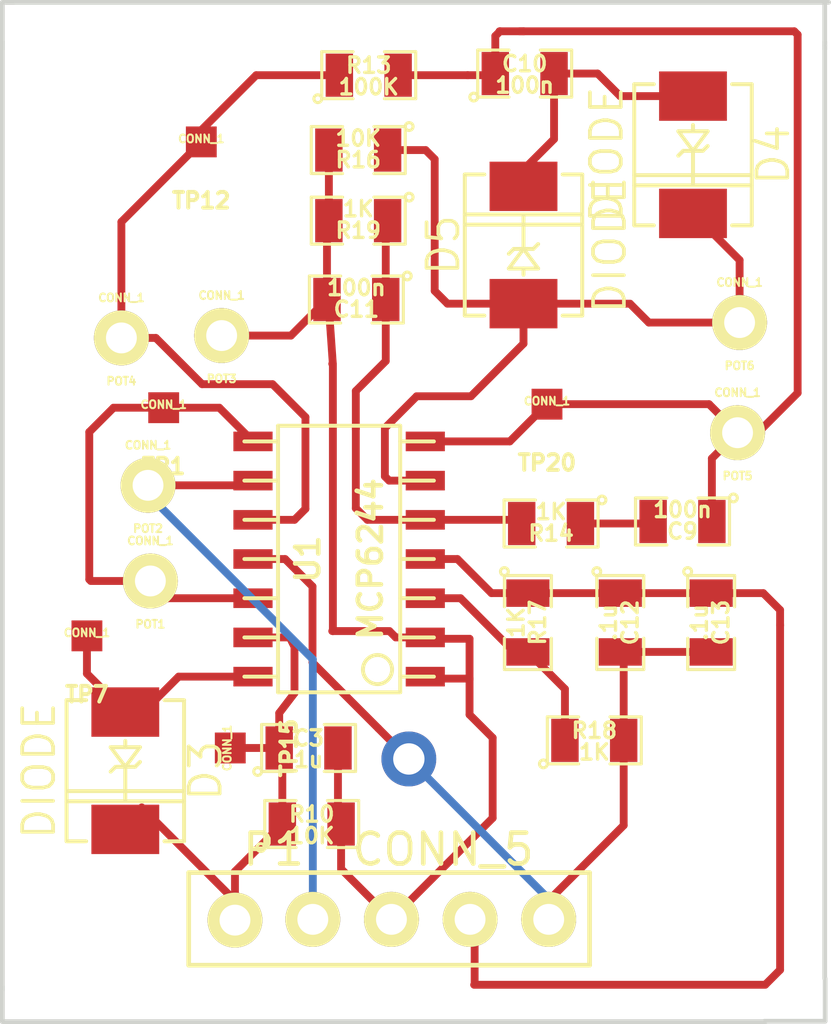
<source format=kicad_pcb>
(kicad_pcb (version 3) (host pcbnew "(2013-07-07 BZR 4022)-stable")

  (general
    (links 48)
    (no_connects 0)
    (area 28.625799 14.401799 55.575201 47.574201)
    (thickness 1.6)
    (drawings 11)
    (tracks 167)
    (zones 0)
    (modules 29)
    (nets 15)
  )

  (page A3)
  (layers
    (15 F.Cu signal)
    (0 B.Cu signal)
    (16 B.Adhes user)
    (17 F.Adhes user)
    (18 B.Paste user)
    (19 F.Paste user)
    (20 B.SilkS user)
    (21 F.SilkS user)
    (22 B.Mask user)
    (23 F.Mask user)
    (24 Dwgs.User user)
    (25 Cmts.User user)
    (26 Eco1.User user)
    (27 Eco2.User user)
    (28 Edge.Cuts user)
  )

  (setup
    (last_trace_width 0.254)
    (user_trace_width 0.6096)
    (trace_clearance 0.254)
    (zone_clearance 0.508)
    (zone_45_only no)
    (trace_min 0.254)
    (segment_width 0.2)
    (edge_width 0.1524)
    (via_size 2.032)
    (via_drill 1.524)
    (via_min_size 0.889)
    (via_min_drill 0.3302)
    (user_via 0.889 0.3302)
    (user_via 1.778 1.016)
    (uvia_size 0.508)
    (uvia_drill 0.127)
    (uvias_allowed no)
    (uvia_min_size 0.508)
    (uvia_min_drill 0.127)
    (pcb_text_width 0.3)
    (pcb_text_size 1.5 1.5)
    (mod_edge_width 0.15)
    (mod_text_size 1 1)
    (mod_text_width 0.15)
    (pad_size 1 1)
    (pad_drill 0)
    (pad_to_mask_clearance 0)
    (aux_axis_origin 0 0)
    (visible_elements 7FFFFFFF)
    (pcbplotparams
      (layerselection 3178497)
      (usegerberextensions true)
      (excludeedgelayer true)
      (linewidth 0.150000)
      (plotframeref false)
      (viasonmask false)
      (mode 1)
      (useauxorigin false)
      (hpglpennumber 1)
      (hpglpenspeed 20)
      (hpglpendiameter 15)
      (hpglpenoverlay 2)
      (psnegative false)
      (psa4output false)
      (plotreference true)
      (plotvalue true)
      (plotothertext true)
      (plotinvisibletext false)
      (padsonsilk false)
      (subtractmaskfromsilk true)
      (outputformat 1)
      (mirror false)
      (drillshape 0)
      (scaleselection 1)
      (outputdirectory "//psf/Home/Documents/Lettuce Buddy HW/Healthy EC Test PCB/Test3/Kicad/Gerbers/"))
  )

  (net 0 "")
  (net 1 /EC/EC_Meas)
  (net 2 /EC/EC_Probe+)
  (net 3 /EC/G1)
  (net 4 /EC/V+_WallWart)
  (net 5 /EC/VGND)
  (net 6 /EC/f1)
  (net 7 "/EC/pin 14")
  (net 8 "/EC/pin 3")
  (net 9 "/EC/pin 5")
  (net 10 "/EC/pin 6")
  (net 11 "/EC/pin 7")
  (net 12 AC_Shrunk)
  (net 13 AGND)
  (net 14 EC_Signal)

  (net_class Default "This is the default net class."
    (clearance 0.254)
    (trace_width 0.254)
    (via_dia 2.032)
    (via_drill 1.524)
    (uvia_dia 0.508)
    (uvia_drill 0.127)
    (add_net "")
    (add_net /EC/EC_Meas)
    (add_net /EC/EC_Probe+)
    (add_net /EC/G1)
    (add_net /EC/V+_WallWart)
    (add_net /EC/VGND)
    (add_net /EC/f1)
    (add_net "/EC/pin 14")
    (add_net "/EC/pin 3")
    (add_net "/EC/pin 5")
    (add_net "/EC/pin 6")
    (add_net "/EC/pin 7")
    (add_net AC_Shrunk)
    (add_net AGND)
    (add_net EC_Signal)
  )

  (module so-14 (layer F.Cu) (tedit 48A6BF8F) (tstamp 5468EC0A)
    (at 39.624 32.512 90)
    (descr SO-14)
    (path /53EF382C/5419C202)
    (attr smd)
    (fp_text reference U1 (at 0 -1.016 90) (layer F.SilkS)
      (effects (font (size 0.7493 0.7493) (thickness 0.14986)))
    )
    (fp_text value MCP6244 (at 0 1.016 90) (layer F.SilkS)
      (effects (font (size 0.7493 0.7493) (thickness 0.14986)))
    )
    (fp_line (start -4.318 -1.9812) (end -4.318 1.9812) (layer F.SilkS) (width 0.127))
    (fp_line (start -4.318 1.9812) (end 4.318 1.9812) (layer F.SilkS) (width 0.127))
    (fp_line (start 4.318 1.9812) (end 4.318 -1.9812) (layer F.SilkS) (width 0.127))
    (fp_line (start 4.318 -1.9812) (end -4.318 -1.9812) (layer F.SilkS) (width 0.127))
    (fp_line (start -2.54 -1.9812) (end -2.54 -3.0734) (layer F.SilkS) (width 0.127))
    (fp_line (start -1.27 -1.9812) (end -1.27 -3.0734) (layer F.SilkS) (width 0.127))
    (fp_line (start 0 -1.9812) (end 0 -3.0734) (layer F.SilkS) (width 0.127))
    (fp_line (start -3.81 -1.9812) (end -3.81 -3.0734) (layer F.SilkS) (width 0.127))
    (fp_line (start 1.27 -3.0734) (end 1.27 -1.9812) (layer F.SilkS) (width 0.127))
    (fp_line (start 2.54 -3.0734) (end 2.54 -1.9812) (layer F.SilkS) (width 0.127))
    (fp_line (start 3.81 -3.0734) (end 3.81 -1.9812) (layer F.SilkS) (width 0.127))
    (fp_line (start 3.81 1.9812) (end 3.81 3.0734) (layer F.SilkS) (width 0.127))
    (fp_line (start 2.54 1.9812) (end 2.54 3.0734) (layer F.SilkS) (width 0.127))
    (fp_line (start -3.81 1.9812) (end -3.81 3.0734) (layer F.SilkS) (width 0.127))
    (fp_line (start -2.54 3.0734) (end -2.54 1.9812) (layer F.SilkS) (width 0.127))
    (fp_line (start 1.27 3.0734) (end 1.27 1.9812) (layer F.SilkS) (width 0.127))
    (fp_line (start 0 3.0734) (end 0 1.9812) (layer F.SilkS) (width 0.127))
    (fp_line (start -1.27 3.0734) (end -1.27 1.9812) (layer F.SilkS) (width 0.127))
    (fp_circle (center -3.5814 1.2446) (end -3.8608 1.6256) (layer F.SilkS) (width 0.127))
    (pad 1 smd rect (at -3.81 2.794 90) (size 0.635 1.27)
      (layers F.Cu F.Paste F.Mask)
      (net 5 /EC/VGND)
    )
    (pad 2 smd rect (at -2.54 2.794 90) (size 0.635 1.27)
      (layers F.Cu F.Paste F.Mask)
      (net 5 /EC/VGND)
    )
    (pad 3 smd rect (at -1.27 2.794 90) (size 0.635 1.27)
      (layers F.Cu F.Paste F.Mask)
      (net 8 "/EC/pin 3")
    )
    (pad 4 smd rect (at 0 2.794 90) (size 0.635 1.27)
      (layers F.Cu F.Paste F.Mask)
      (net 4 /EC/V+_WallWart)
    )
    (pad 5 smd rect (at 1.27 2.794 90) (size 0.635 1.27)
      (layers F.Cu F.Paste F.Mask)
      (net 9 "/EC/pin 5")
    )
    (pad 6 smd rect (at 2.54 2.794 90) (size 0.635 1.27)
      (layers F.Cu F.Paste F.Mask)
      (net 10 "/EC/pin 6")
    )
    (pad 7 smd rect (at 3.81 2.794 90) (size 0.635 1.27)
      (layers F.Cu F.Paste F.Mask)
      (net 11 "/EC/pin 7")
    )
    (pad 8 smd rect (at 3.81 -2.794 90) (size 0.635 1.27)
      (layers F.Cu F.Paste F.Mask)
      (net 14 EC_Signal)
    )
    (pad 9 smd rect (at 2.54 -2.794 90) (size 0.635 1.27)
      (layers F.Cu F.Paste F.Mask)
      (net 2 /EC/EC_Probe+)
    )
    (pad 10 smd rect (at 1.27 -2.794 90) (size 0.635 1.27)
      (layers F.Cu F.Paste F.Mask)
      (net 12 AC_Shrunk)
    )
    (pad 11 smd rect (at 0 -2.794 90) (size 0.635 1.27)
      (layers F.Cu F.Paste F.Mask)
      (net 13 AGND)
    )
    (pad 12 smd rect (at -1.27 -2.794 90) (size 0.635 1.27)
      (layers F.Cu F.Paste F.Mask)
      (net 14 EC_Signal)
    )
    (pad 13 smd rect (at -2.54 -2.794 90) (size 0.635 1.27)
      (layers F.Cu F.Paste F.Mask)
      (net 1 /EC/EC_Meas)
    )
    (pad 14 smd rect (at -3.81 -2.794 90) (size 0.635 1.27)
      (layers F.Cu F.Paste F.Mask)
      (net 7 "/EC/pin 14")
    )
    (model smd/smd_dil/so-14.wrl
      (at (xyz 0 0 0))
      (scale (xyz 1 1 1))
      (rotate (xyz 0 0 0))
    )
  )

  (module SM0805 (layer F.Cu) (tedit 5091495C) (tstamp 5468EC17)
    (at 40.58412 16.83766)
    (path /53EF382C/5416DCB7)
    (attr smd)
    (fp_text reference R13 (at 0 -0.3175) (layer F.SilkS)
      (effects (font (size 0.50038 0.50038) (thickness 0.10922)))
    )
    (fp_text value 100K (at 0 0.381) (layer F.SilkS)
      (effects (font (size 0.50038 0.50038) (thickness 0.10922)))
    )
    (fp_circle (center -1.651 0.762) (end -1.651 0.635) (layer F.SilkS) (width 0.09906))
    (fp_line (start -0.508 0.762) (end -1.524 0.762) (layer F.SilkS) (width 0.09906))
    (fp_line (start -1.524 0.762) (end -1.524 -0.762) (layer F.SilkS) (width 0.09906))
    (fp_line (start -1.524 -0.762) (end -0.508 -0.762) (layer F.SilkS) (width 0.09906))
    (fp_line (start 0.508 -0.762) (end 1.524 -0.762) (layer F.SilkS) (width 0.09906))
    (fp_line (start 1.524 -0.762) (end 1.524 0.762) (layer F.SilkS) (width 0.09906))
    (fp_line (start 1.524 0.762) (end 0.508 0.762) (layer F.SilkS) (width 0.09906))
    (pad 1 smd rect (at -0.9525 0) (size 0.889 1.397)
      (layers F.Cu F.Paste F.Mask)
      (net 12 AC_Shrunk)
    )
    (pad 2 smd rect (at 0.9525 0) (size 0.889 1.397)
      (layers F.Cu F.Paste F.Mask)
      (net 11 "/EC/pin 7")
    )
    (model smd/chip_cms.wrl
      (at (xyz 0 0 0))
      (scale (xyz 0.1 0.1 0.1))
      (rotate (xyz 0 0 0))
    )
  )

  (module SM0805 (layer F.Cu) (tedit 5091495C) (tstamp 5468EC31)
    (at 51.689 34.5694 270)
    (path /53EF382C/544B8F3A)
    (attr smd)
    (fp_text reference C13 (at 0 -0.3175 270) (layer F.SilkS)
      (effects (font (size 0.50038 0.50038) (thickness 0.10922)))
    )
    (fp_text value .1u (at 0 0.381 270) (layer F.SilkS)
      (effects (font (size 0.50038 0.50038) (thickness 0.10922)))
    )
    (fp_circle (center -1.651 0.762) (end -1.651 0.635) (layer F.SilkS) (width 0.09906))
    (fp_line (start -0.508 0.762) (end -1.524 0.762) (layer F.SilkS) (width 0.09906))
    (fp_line (start -1.524 0.762) (end -1.524 -0.762) (layer F.SilkS) (width 0.09906))
    (fp_line (start -1.524 -0.762) (end -0.508 -0.762) (layer F.SilkS) (width 0.09906))
    (fp_line (start 0.508 -0.762) (end 1.524 -0.762) (layer F.SilkS) (width 0.09906))
    (fp_line (start 1.524 -0.762) (end 1.524 0.762) (layer F.SilkS) (width 0.09906))
    (fp_line (start 1.524 0.762) (end 0.508 0.762) (layer F.SilkS) (width 0.09906))
    (pad 1 smd rect (at -0.9525 0 270) (size 0.889 1.397)
      (layers F.Cu F.Paste F.Mask)
      (net 4 /EC/V+_WallWart)
    )
    (pad 2 smd rect (at 0.9525 0 270) (size 0.889 1.397)
      (layers F.Cu F.Paste F.Mask)
      (net 13 AGND)
    )
    (model smd/chip_cms.wrl
      (at (xyz 0 0 0))
      (scale (xyz 0.1 0.1 0.1))
      (rotate (xyz 0 0 0))
    )
  )

  (module SM0805 (layer F.Cu) (tedit 5091495C) (tstamp 5468EC3E)
    (at 48.7426 34.5694 270)
    (path /53EF382C/544B8DF0)
    (attr smd)
    (fp_text reference C12 (at 0 -0.3175 270) (layer F.SilkS)
      (effects (font (size 0.50038 0.50038) (thickness 0.10922)))
    )
    (fp_text value .1u (at 0 0.381 270) (layer F.SilkS)
      (effects (font (size 0.50038 0.50038) (thickness 0.10922)))
    )
    (fp_circle (center -1.651 0.762) (end -1.651 0.635) (layer F.SilkS) (width 0.09906))
    (fp_line (start -0.508 0.762) (end -1.524 0.762) (layer F.SilkS) (width 0.09906))
    (fp_line (start -1.524 0.762) (end -1.524 -0.762) (layer F.SilkS) (width 0.09906))
    (fp_line (start -1.524 -0.762) (end -0.508 -0.762) (layer F.SilkS) (width 0.09906))
    (fp_line (start 0.508 -0.762) (end 1.524 -0.762) (layer F.SilkS) (width 0.09906))
    (fp_line (start 1.524 -0.762) (end 1.524 0.762) (layer F.SilkS) (width 0.09906))
    (fp_line (start 1.524 0.762) (end 0.508 0.762) (layer F.SilkS) (width 0.09906))
    (pad 1 smd rect (at -0.9525 0 270) (size 0.889 1.397)
      (layers F.Cu F.Paste F.Mask)
      (net 4 /EC/V+_WallWart)
    )
    (pad 2 smd rect (at 0.9525 0 270) (size 0.889 1.397)
      (layers F.Cu F.Paste F.Mask)
      (net 13 AGND)
    )
    (model smd/chip_cms.wrl
      (at (xyz 0 0 0))
      (scale (xyz 0.1 0.1 0.1))
      (rotate (xyz 0 0 0))
    )
  )

  (module SM0805 (layer F.Cu) (tedit 5091495C) (tstamp 5468EC4B)
    (at 38.6334 38.6334)
    (path /53EF382C/5416E04B)
    (attr smd)
    (fp_text reference C3 (at 0 -0.3175) (layer F.SilkS)
      (effects (font (size 0.50038 0.50038) (thickness 0.10922)))
    )
    (fp_text value 1u (at 0 0.381) (layer F.SilkS)
      (effects (font (size 0.50038 0.50038) (thickness 0.10922)))
    )
    (fp_circle (center -1.651 0.762) (end -1.651 0.635) (layer F.SilkS) (width 0.09906))
    (fp_line (start -0.508 0.762) (end -1.524 0.762) (layer F.SilkS) (width 0.09906))
    (fp_line (start -1.524 0.762) (end -1.524 -0.762) (layer F.SilkS) (width 0.09906))
    (fp_line (start -1.524 -0.762) (end -0.508 -0.762) (layer F.SilkS) (width 0.09906))
    (fp_line (start 0.508 -0.762) (end 1.524 -0.762) (layer F.SilkS) (width 0.09906))
    (fp_line (start 1.524 -0.762) (end 1.524 0.762) (layer F.SilkS) (width 0.09906))
    (fp_line (start 1.524 0.762) (end 0.508 0.762) (layer F.SilkS) (width 0.09906))
    (pad 1 smd rect (at -0.9525 0) (size 0.889 1.397)
      (layers F.Cu F.Paste F.Mask)
      (net 1 /EC/EC_Meas)
    )
    (pad 2 smd rect (at 0.9525 0) (size 0.889 1.397)
      (layers F.Cu F.Paste F.Mask)
      (net 5 /EC/VGND)
    )
    (model smd/chip_cms.wrl
      (at (xyz 0 0 0))
      (scale (xyz 0.1 0.1 0.1))
      (rotate (xyz 0 0 0))
    )
  )

  (module SM0805 (layer F.Cu) (tedit 5091495C) (tstamp 5468EC58)
    (at 38.735 41.0972)
    (path /53EF382C/5416E045)
    (attr smd)
    (fp_text reference R10 (at 0 -0.3175) (layer F.SilkS)
      (effects (font (size 0.50038 0.50038) (thickness 0.10922)))
    )
    (fp_text value 10K (at 0 0.381) (layer F.SilkS)
      (effects (font (size 0.50038 0.50038) (thickness 0.10922)))
    )
    (fp_circle (center -1.651 0.762) (end -1.651 0.635) (layer F.SilkS) (width 0.09906))
    (fp_line (start -0.508 0.762) (end -1.524 0.762) (layer F.SilkS) (width 0.09906))
    (fp_line (start -1.524 0.762) (end -1.524 -0.762) (layer F.SilkS) (width 0.09906))
    (fp_line (start -1.524 -0.762) (end -0.508 -0.762) (layer F.SilkS) (width 0.09906))
    (fp_line (start 0.508 -0.762) (end 1.524 -0.762) (layer F.SilkS) (width 0.09906))
    (fp_line (start 1.524 -0.762) (end 1.524 0.762) (layer F.SilkS) (width 0.09906))
    (fp_line (start 1.524 0.762) (end 0.508 0.762) (layer F.SilkS) (width 0.09906))
    (pad 1 smd rect (at -0.9525 0) (size 0.889 1.397)
      (layers F.Cu F.Paste F.Mask)
      (net 1 /EC/EC_Meas)
    )
    (pad 2 smd rect (at 0.9525 0) (size 0.889 1.397)
      (layers F.Cu F.Paste F.Mask)
      (net 5 /EC/VGND)
    )
    (model smd/chip_cms.wrl
      (at (xyz 0 0 0))
      (scale (xyz 0.1 0.1 0.1))
      (rotate (xyz 0 0 0))
    )
  )

  (module SM0805 (layer F.Cu) (tedit 5091495C) (tstamp 5468EC72)
    (at 46.49724 31.36138 180)
    (path /53EF382C/5416DB22)
    (attr smd)
    (fp_text reference R14 (at 0 -0.3175 180) (layer F.SilkS)
      (effects (font (size 0.50038 0.50038) (thickness 0.10922)))
    )
    (fp_text value 1K (at 0 0.381 180) (layer F.SilkS)
      (effects (font (size 0.50038 0.50038) (thickness 0.10922)))
    )
    (fp_circle (center -1.651 0.762) (end -1.651 0.635) (layer F.SilkS) (width 0.09906))
    (fp_line (start -0.508 0.762) (end -1.524 0.762) (layer F.SilkS) (width 0.09906))
    (fp_line (start -1.524 0.762) (end -1.524 -0.762) (layer F.SilkS) (width 0.09906))
    (fp_line (start -1.524 -0.762) (end -0.508 -0.762) (layer F.SilkS) (width 0.09906))
    (fp_line (start 0.508 -0.762) (end 1.524 -0.762) (layer F.SilkS) (width 0.09906))
    (fp_line (start 1.524 -0.762) (end 1.524 0.762) (layer F.SilkS) (width 0.09906))
    (fp_line (start 1.524 0.762) (end 0.508 0.762) (layer F.SilkS) (width 0.09906))
    (pad 1 smd rect (at -0.9525 0 180) (size 0.889 1.397)
      (layers F.Cu F.Paste F.Mask)
      (net 6 /EC/f1)
    )
    (pad 2 smd rect (at 0.9525 0 180) (size 0.889 1.397)
      (layers F.Cu F.Paste F.Mask)
      (net 9 "/EC/pin 5")
    )
    (model smd/chip_cms.wrl
      (at (xyz 0 0 0))
      (scale (xyz 0.1 0.1 0.1))
      (rotate (xyz 0 0 0))
    )
  )

  (module SM0805 (layer F.Cu) (tedit 5091495C) (tstamp 5468EC7F)
    (at 50.75936 31.29534 180)
    (path /53EF382C/5416DB1C)
    (attr smd)
    (fp_text reference C9 (at 0 -0.3175 180) (layer F.SilkS)
      (effects (font (size 0.50038 0.50038) (thickness 0.10922)))
    )
    (fp_text value 100n (at 0 0.381 180) (layer F.SilkS)
      (effects (font (size 0.50038 0.50038) (thickness 0.10922)))
    )
    (fp_circle (center -1.651 0.762) (end -1.651 0.635) (layer F.SilkS) (width 0.09906))
    (fp_line (start -0.508 0.762) (end -1.524 0.762) (layer F.SilkS) (width 0.09906))
    (fp_line (start -1.524 0.762) (end -1.524 -0.762) (layer F.SilkS) (width 0.09906))
    (fp_line (start -1.524 -0.762) (end -0.508 -0.762) (layer F.SilkS) (width 0.09906))
    (fp_line (start 0.508 -0.762) (end 1.524 -0.762) (layer F.SilkS) (width 0.09906))
    (fp_line (start 1.524 -0.762) (end 1.524 0.762) (layer F.SilkS) (width 0.09906))
    (fp_line (start 1.524 0.762) (end 0.508 0.762) (layer F.SilkS) (width 0.09906))
    (pad 1 smd rect (at -0.9525 0 180) (size 0.889 1.397)
      (layers F.Cu F.Paste F.Mask)
      (net 11 "/EC/pin 7")
    )
    (pad 2 smd rect (at 0.9525 0 180) (size 0.889 1.397)
      (layers F.Cu F.Paste F.Mask)
      (net 6 /EC/f1)
    )
    (model smd/chip_cms.wrl
      (at (xyz 0 0 0))
      (scale (xyz 0.1 0.1 0.1))
      (rotate (xyz 0 0 0))
    )
  )

  (module SM0805 (layer F.Cu) (tedit 5091495C) (tstamp 5468ECB3)
    (at 45.64126 16.78432)
    (path /53EF382C/5416D70C)
    (attr smd)
    (fp_text reference C10 (at 0 -0.3175) (layer F.SilkS)
      (effects (font (size 0.50038 0.50038) (thickness 0.10922)))
    )
    (fp_text value 100n (at 0 0.381) (layer F.SilkS)
      (effects (font (size 0.50038 0.50038) (thickness 0.10922)))
    )
    (fp_circle (center -1.651 0.762) (end -1.651 0.635) (layer F.SilkS) (width 0.09906))
    (fp_line (start -0.508 0.762) (end -1.524 0.762) (layer F.SilkS) (width 0.09906))
    (fp_line (start -1.524 0.762) (end -1.524 -0.762) (layer F.SilkS) (width 0.09906))
    (fp_line (start -1.524 -0.762) (end -0.508 -0.762) (layer F.SilkS) (width 0.09906))
    (fp_line (start 0.508 -0.762) (end 1.524 -0.762) (layer F.SilkS) (width 0.09906))
    (fp_line (start 1.524 -0.762) (end 1.524 0.762) (layer F.SilkS) (width 0.09906))
    (fp_line (start 1.524 0.762) (end 0.508 0.762) (layer F.SilkS) (width 0.09906))
    (pad 1 smd rect (at -0.9525 0) (size 0.889 1.397)
      (layers F.Cu F.Paste F.Mask)
      (net 11 "/EC/pin 7")
    )
    (pad 2 smd rect (at 0.9525 0) (size 0.889 1.397)
      (layers F.Cu F.Paste F.Mask)
      (net 3 /EC/G1)
    )
    (model smd/chip_cms.wrl
      (at (xyz 0 0 0))
      (scale (xyz 0.1 0.1 0.1))
      (rotate (xyz 0 0 0))
    )
  )

  (module SM0805 (layer F.Cu) (tedit 5091495C) (tstamp 5468ECC0)
    (at 40.1828 24.1046 180)
    (path /53EF382C/5416D6FD)
    (attr smd)
    (fp_text reference C11 (at 0 -0.3175 180) (layer F.SilkS)
      (effects (font (size 0.50038 0.50038) (thickness 0.10922)))
    )
    (fp_text value 100n (at 0 0.381 180) (layer F.SilkS)
      (effects (font (size 0.50038 0.50038) (thickness 0.10922)))
    )
    (fp_circle (center -1.651 0.762) (end -1.651 0.635) (layer F.SilkS) (width 0.09906))
    (fp_line (start -0.508 0.762) (end -1.524 0.762) (layer F.SilkS) (width 0.09906))
    (fp_line (start -1.524 0.762) (end -1.524 -0.762) (layer F.SilkS) (width 0.09906))
    (fp_line (start -1.524 -0.762) (end -0.508 -0.762) (layer F.SilkS) (width 0.09906))
    (fp_line (start 0.508 -0.762) (end 1.524 -0.762) (layer F.SilkS) (width 0.09906))
    (fp_line (start 1.524 -0.762) (end 1.524 0.762) (layer F.SilkS) (width 0.09906))
    (fp_line (start 1.524 0.762) (end 0.508 0.762) (layer F.SilkS) (width 0.09906))
    (pad 1 smd rect (at -0.9525 0 180) (size 0.889 1.397)
      (layers F.Cu F.Paste F.Mask)
      (net 9 "/EC/pin 5")
    )
    (pad 2 smd rect (at 0.9525 0 180) (size 0.889 1.397)
      (layers F.Cu F.Paste F.Mask)
      (net 5 /EC/VGND)
    )
    (model smd/chip_cms.wrl
      (at (xyz 0 0 0))
      (scale (xyz 0.1 0.1 0.1))
      (rotate (xyz 0 0 0))
    )
  )

  (module SM0805 (layer F.Cu) (tedit 5091495C) (tstamp 5468ECCD)
    (at 40.24376 19.26336 180)
    (path /53EF382C/5416D6F5)
    (attr smd)
    (fp_text reference R16 (at 0 -0.3175 180) (layer F.SilkS)
      (effects (font (size 0.50038 0.50038) (thickness 0.10922)))
    )
    (fp_text value 10K (at 0 0.381 180) (layer F.SilkS)
      (effects (font (size 0.50038 0.50038) (thickness 0.10922)))
    )
    (fp_circle (center -1.651 0.762) (end -1.651 0.635) (layer F.SilkS) (width 0.09906))
    (fp_line (start -0.508 0.762) (end -1.524 0.762) (layer F.SilkS) (width 0.09906))
    (fp_line (start -1.524 0.762) (end -1.524 -0.762) (layer F.SilkS) (width 0.09906))
    (fp_line (start -1.524 -0.762) (end -0.508 -0.762) (layer F.SilkS) (width 0.09906))
    (fp_line (start 0.508 -0.762) (end 1.524 -0.762) (layer F.SilkS) (width 0.09906))
    (fp_line (start 1.524 -0.762) (end 1.524 0.762) (layer F.SilkS) (width 0.09906))
    (fp_line (start 1.524 0.762) (end 0.508 0.762) (layer F.SilkS) (width 0.09906))
    (pad 1 smd rect (at -0.9525 0 180) (size 0.889 1.397)
      (layers F.Cu F.Paste F.Mask)
      (net 10 "/EC/pin 6")
    )
    (pad 2 smd rect (at 0.9525 0 180) (size 0.889 1.397)
      (layers F.Cu F.Paste F.Mask)
      (net 5 /EC/VGND)
    )
    (model smd/chip_cms.wrl
      (at (xyz 0 0 0))
      (scale (xyz 0.1 0.1 0.1))
      (rotate (xyz 0 0 0))
    )
  )

  (module SM0805 (layer F.Cu) (tedit 5091495C) (tstamp 5468ECDA)
    (at 40.24376 21.54936 180)
    (path /53EF382C/5416D6EF)
    (attr smd)
    (fp_text reference R19 (at 0 -0.3175 180) (layer F.SilkS)
      (effects (font (size 0.50038 0.50038) (thickness 0.10922)))
    )
    (fp_text value 1K (at 0 0.381 180) (layer F.SilkS)
      (effects (font (size 0.50038 0.50038) (thickness 0.10922)))
    )
    (fp_circle (center -1.651 0.762) (end -1.651 0.635) (layer F.SilkS) (width 0.09906))
    (fp_line (start -0.508 0.762) (end -1.524 0.762) (layer F.SilkS) (width 0.09906))
    (fp_line (start -1.524 0.762) (end -1.524 -0.762) (layer F.SilkS) (width 0.09906))
    (fp_line (start -1.524 -0.762) (end -0.508 -0.762) (layer F.SilkS) (width 0.09906))
    (fp_line (start 0.508 -0.762) (end 1.524 -0.762) (layer F.SilkS) (width 0.09906))
    (fp_line (start 1.524 -0.762) (end 1.524 0.762) (layer F.SilkS) (width 0.09906))
    (fp_line (start 1.524 0.762) (end 0.508 0.762) (layer F.SilkS) (width 0.09906))
    (pad 1 smd rect (at -0.9525 0 180) (size 0.889 1.397)
      (layers F.Cu F.Paste F.Mask)
      (net 9 "/EC/pin 5")
    )
    (pad 2 smd rect (at 0.9525 0 180) (size 0.889 1.397)
      (layers F.Cu F.Paste F.Mask)
      (net 5 /EC/VGND)
    )
    (model smd/chip_cms.wrl
      (at (xyz 0 0 0))
      (scale (xyz 0.1 0.1 0.1))
      (rotate (xyz 0 0 0))
    )
  )

  (module SM0805 (layer F.Cu) (tedit 5091495C) (tstamp 5468ECE7)
    (at 47.89932 38.38702)
    (path /53EF382C/5416D6B8)
    (attr smd)
    (fp_text reference R18 (at 0 -0.3175) (layer F.SilkS)
      (effects (font (size 0.50038 0.50038) (thickness 0.10922)))
    )
    (fp_text value 1K (at 0 0.381) (layer F.SilkS)
      (effects (font (size 0.50038 0.50038) (thickness 0.10922)))
    )
    (fp_circle (center -1.651 0.762) (end -1.651 0.635) (layer F.SilkS) (width 0.09906))
    (fp_line (start -0.508 0.762) (end -1.524 0.762) (layer F.SilkS) (width 0.09906))
    (fp_line (start -1.524 0.762) (end -1.524 -0.762) (layer F.SilkS) (width 0.09906))
    (fp_line (start -1.524 -0.762) (end -0.508 -0.762) (layer F.SilkS) (width 0.09906))
    (fp_line (start 0.508 -0.762) (end 1.524 -0.762) (layer F.SilkS) (width 0.09906))
    (fp_line (start 1.524 -0.762) (end 1.524 0.762) (layer F.SilkS) (width 0.09906))
    (fp_line (start 1.524 0.762) (end 0.508 0.762) (layer F.SilkS) (width 0.09906))
    (pad 1 smd rect (at -0.9525 0) (size 0.889 1.397)
      (layers F.Cu F.Paste F.Mask)
      (net 8 "/EC/pin 3")
    )
    (pad 2 smd rect (at 0.9525 0) (size 0.889 1.397)
      (layers F.Cu F.Paste F.Mask)
      (net 13 AGND)
    )
    (model smd/chip_cms.wrl
      (at (xyz 0 0 0))
      (scale (xyz 0.1 0.1 0.1))
      (rotate (xyz 0 0 0))
    )
  )

  (module SM0805 (layer F.Cu) (tedit 5091495C) (tstamp 5468ECF4)
    (at 45.7454 34.5694 270)
    (path /53EF382C/5416D6AB)
    (attr smd)
    (fp_text reference R17 (at 0 -0.3175 270) (layer F.SilkS)
      (effects (font (size 0.50038 0.50038) (thickness 0.10922)))
    )
    (fp_text value 1K (at 0 0.381 270) (layer F.SilkS)
      (effects (font (size 0.50038 0.50038) (thickness 0.10922)))
    )
    (fp_circle (center -1.651 0.762) (end -1.651 0.635) (layer F.SilkS) (width 0.09906))
    (fp_line (start -0.508 0.762) (end -1.524 0.762) (layer F.SilkS) (width 0.09906))
    (fp_line (start -1.524 0.762) (end -1.524 -0.762) (layer F.SilkS) (width 0.09906))
    (fp_line (start -1.524 -0.762) (end -0.508 -0.762) (layer F.SilkS) (width 0.09906))
    (fp_line (start 0.508 -0.762) (end 1.524 -0.762) (layer F.SilkS) (width 0.09906))
    (fp_line (start 1.524 -0.762) (end 1.524 0.762) (layer F.SilkS) (width 0.09906))
    (fp_line (start 1.524 0.762) (end 0.508 0.762) (layer F.SilkS) (width 0.09906))
    (pad 1 smd rect (at -0.9525 0 270) (size 0.889 1.397)
      (layers F.Cu F.Paste F.Mask)
      (net 4 /EC/V+_WallWart)
    )
    (pad 2 smd rect (at 0.9525 0 270) (size 0.889 1.397)
      (layers F.Cu F.Paste F.Mask)
      (net 8 "/EC/pin 3")
    )
    (model smd/chip_cms.wrl
      (at (xyz 0 0 0))
      (scale (xyz 0.1 0.1 0.1))
      (rotate (xyz 0 0 0))
    )
  )

  (module LB_TestPoint (layer F.Cu) (tedit 54677F7B) (tstamp 5468ECF9)
    (at 46.36516 27.4955)
    (path /53EF382C/54187FEE)
    (fp_text reference TP20 (at 0 1.9) (layer F.SilkS)
      (effects (font (size 0.508 0.508) (thickness 0.127)))
    )
    (fp_text value CONN_1 (at 0 -0.1) (layer F.SilkS)
      (effects (font (size 0.254 0.254) (thickness 0.0635)))
    )
    (pad 1 smd rect (at 0 0) (size 1 1)
      (layers F.Cu F.Paste F.Mask)
      (net 11 "/EC/pin 7")
    )
  )

  (module LB_TestPoint (layer F.Cu) (tedit 54677F7B) (tstamp 5468ECFE)
    (at 36.0934 38.6334 90)
    (path /53EF382C/541883B4)
    (fp_text reference TP15 (at 0 1.9 90) (layer F.SilkS)
      (effects (font (size 0.508 0.508) (thickness 0.127)))
    )
    (fp_text value CONN_1 (at 0 -0.1 90) (layer F.SilkS)
      (effects (font (size 0.254 0.254) (thickness 0.0635)))
    )
    (pad 1 smd rect (at 0 0 90) (size 1 1)
      (layers F.Cu F.Paste F.Mask)
      (net 1 /EC/EC_Meas)
    )
  )

  (module LB_TestPoint (layer F.Cu) (tedit 54677F7B) (tstamp 5468ED03)
    (at 35.1536 18.9992)
    (path /53EF382C/544BE33F)
    (fp_text reference TP12 (at 0 1.9) (layer F.SilkS)
      (effects (font (size 0.508 0.508) (thickness 0.127)))
    )
    (fp_text value CONN_1 (at 0 -0.1) (layer F.SilkS)
      (effects (font (size 0.254 0.254) (thickness 0.0635)))
    )
    (pad 1 smd rect (at 0 0) (size 1 1)
      (layers F.Cu F.Paste F.Mask)
      (net 12 AC_Shrunk)
    )
  )

  (module LB_TestPoint (layer F.Cu) (tedit 54677F7B) (tstamp 5468ED08)
    (at 31.4452 35.0012)
    (path /53EF382C/544D057D)
    (fp_text reference TP7 (at 0 1.9) (layer F.SilkS)
      (effects (font (size 0.508 0.508) (thickness 0.127)))
    )
    (fp_text value CONN_1 (at 0 -0.1) (layer F.SilkS)
      (effects (font (size 0.254 0.254) (thickness 0.0635)))
    )
    (pad 1 smd rect (at 0 0) (size 1 1)
      (layers F.Cu F.Paste F.Mask)
      (net 7 "/EC/pin 14")
    )
  )

  (module "DO-214AC(SMA)" (layer F.Cu) (tedit 50924EEA) (tstamp 5468ED36)
    (at 32.6898 39.37 270)
    (descr "DO-214AC (SMA)  PACKAGE.")
    (tags "DO-214AC SMA")
    (path /53EF382C/5416E03F)
    (attr smd)
    (fp_text reference D3 (at 0 -2.60096 270) (layer F.SilkS)
      (effects (font (size 1.00076 1.00076) (thickness 0.11938)))
    )
    (fp_text value DIODE (at 0 2.79908 270) (layer F.SilkS)
      (effects (font (size 1.00076 1.00076) (thickness 0.11938)))
    )
    (fp_line (start -0.762 0) (end -0.9652 0) (layer F.SilkS) (width 0.127))
    (fp_line (start -2.286 -1.905) (end 2.286 -1.905) (layer F.SilkS) (width 0.127))
    (fp_line (start 2.286 -1.905) (end 2.286 -1.27) (layer F.SilkS) (width 0.127))
    (fp_line (start 0.6604 1.905) (end 0.6604 -1.905) (layer F.SilkS) (width 0.127))
    (fp_line (start 0.9906 1.905) (end 0.9906 -1.905) (layer F.SilkS) (width 0.127))
    (fp_line (start -2.286 1.27) (end -2.286 1.905) (layer F.SilkS) (width 0.127))
    (fp_line (start -2.286 1.905) (end 2.286 1.905) (layer F.SilkS) (width 0.127))
    (fp_line (start 2.286 1.905) (end 2.286 1.27) (layer F.SilkS) (width 0.127))
    (fp_line (start -2.286 -1.27) (end -2.286 -1.905) (layer F.SilkS) (width 0.127))
    (fp_line (start -0.127 0) (end -0.762 -0.47498) (layer F.SilkS) (width 0.127))
    (fp_line (start -0.762 -0.47498) (end -0.762 0) (layer F.SilkS) (width 0.127))
    (fp_line (start -0.762 0) (end -0.762 0.47498) (layer F.SilkS) (width 0.127))
    (fp_line (start -0.762 0.47498) (end -0.127 0) (layer F.SilkS) (width 0.127))
    (fp_line (start -0.127 0) (end -0.127 -0.3175) (layer F.SilkS) (width 0.127))
    (fp_line (start -0.127 -0.3175) (end -0.28448 -0.47498) (layer F.SilkS) (width 0.127))
    (fp_line (start -0.127 0) (end -0.127 0.3175) (layer F.SilkS) (width 0.127))
    (fp_line (start -0.127 0.3175) (end 0.03048 0.47498) (layer F.SilkS) (width 0.127))
    (fp_line (start -0.127 0) (end 0.98298 0) (layer F.SilkS) (width 0.127))
    (pad 1 smd rect (at -1.89992 0 270) (size 1.6002 2.19964)
      (layers F.Cu F.Paste F.Mask)
      (net 7 "/EC/pin 14")
    )
    (pad 2 smd rect (at 1.89992 0 270) (size 1.6002 2.19964)
      (layers F.Cu F.Paste F.Mask)
      (net 1 /EC/EC_Meas)
    )
    (model smd/do214.wrl
      (at (xyz 0 0 0))
      (scale (xyz 0.95 0.95 0.95))
      (rotate (xyz 0 0 0))
    )
  )

  (module "DO-214AC(SMA)" (layer F.Cu) (tedit 50924EEA) (tstamp 5468ED4E)
    (at 45.60316 22.3393 90)
    (descr "DO-214AC (SMA)  PACKAGE.")
    (tags "DO-214AC SMA")
    (path /53EF382C/5416D7E2)
    (attr smd)
    (fp_text reference D5 (at 0 -2.60096 90) (layer F.SilkS)
      (effects (font (size 1.00076 1.00076) (thickness 0.11938)))
    )
    (fp_text value DIODE (at 0 2.79908 90) (layer F.SilkS)
      (effects (font (size 1.00076 1.00076) (thickness 0.11938)))
    )
    (fp_line (start -0.762 0) (end -0.9652 0) (layer F.SilkS) (width 0.127))
    (fp_line (start -2.286 -1.905) (end 2.286 -1.905) (layer F.SilkS) (width 0.127))
    (fp_line (start 2.286 -1.905) (end 2.286 -1.27) (layer F.SilkS) (width 0.127))
    (fp_line (start 0.6604 1.905) (end 0.6604 -1.905) (layer F.SilkS) (width 0.127))
    (fp_line (start 0.9906 1.905) (end 0.9906 -1.905) (layer F.SilkS) (width 0.127))
    (fp_line (start -2.286 1.27) (end -2.286 1.905) (layer F.SilkS) (width 0.127))
    (fp_line (start -2.286 1.905) (end 2.286 1.905) (layer F.SilkS) (width 0.127))
    (fp_line (start 2.286 1.905) (end 2.286 1.27) (layer F.SilkS) (width 0.127))
    (fp_line (start -2.286 -1.27) (end -2.286 -1.905) (layer F.SilkS) (width 0.127))
    (fp_line (start -0.127 0) (end -0.762 -0.47498) (layer F.SilkS) (width 0.127))
    (fp_line (start -0.762 -0.47498) (end -0.762 0) (layer F.SilkS) (width 0.127))
    (fp_line (start -0.762 0) (end -0.762 0.47498) (layer F.SilkS) (width 0.127))
    (fp_line (start -0.762 0.47498) (end -0.127 0) (layer F.SilkS) (width 0.127))
    (fp_line (start -0.127 0) (end -0.127 -0.3175) (layer F.SilkS) (width 0.127))
    (fp_line (start -0.127 -0.3175) (end -0.28448 -0.47498) (layer F.SilkS) (width 0.127))
    (fp_line (start -0.127 0) (end -0.127 0.3175) (layer F.SilkS) (width 0.127))
    (fp_line (start -0.127 0.3175) (end 0.03048 0.47498) (layer F.SilkS) (width 0.127))
    (fp_line (start -0.127 0) (end 0.98298 0) (layer F.SilkS) (width 0.127))
    (pad 1 smd rect (at -1.89992 0 90) (size 1.6002 2.19964)
      (layers F.Cu F.Paste F.Mask)
      (net 10 "/EC/pin 6")
    )
    (pad 2 smd rect (at 1.89992 0 90) (size 1.6002 2.19964)
      (layers F.Cu F.Paste F.Mask)
      (net 3 /EC/G1)
    )
    (model smd/do214.wrl
      (at (xyz 0 0 0))
      (scale (xyz 0.95 0.95 0.95))
      (rotate (xyz 0 0 0))
    )
  )

  (module "DO-214AC(SMA)" (layer F.Cu) (tedit 50924EEA) (tstamp 5468ED66)
    (at 51.09972 19.41576 270)
    (descr "DO-214AC (SMA)  PACKAGE.")
    (tags "DO-214AC SMA")
    (path /53EF382C/5416D7D5)
    (attr smd)
    (fp_text reference D4 (at 0 -2.60096 270) (layer F.SilkS)
      (effects (font (size 1.00076 1.00076) (thickness 0.11938)))
    )
    (fp_text value DIODE (at 0 2.79908 270) (layer F.SilkS)
      (effects (font (size 1.00076 1.00076) (thickness 0.11938)))
    )
    (fp_line (start -0.762 0) (end -0.9652 0) (layer F.SilkS) (width 0.127))
    (fp_line (start -2.286 -1.905) (end 2.286 -1.905) (layer F.SilkS) (width 0.127))
    (fp_line (start 2.286 -1.905) (end 2.286 -1.27) (layer F.SilkS) (width 0.127))
    (fp_line (start 0.6604 1.905) (end 0.6604 -1.905) (layer F.SilkS) (width 0.127))
    (fp_line (start 0.9906 1.905) (end 0.9906 -1.905) (layer F.SilkS) (width 0.127))
    (fp_line (start -2.286 1.27) (end -2.286 1.905) (layer F.SilkS) (width 0.127))
    (fp_line (start -2.286 1.905) (end 2.286 1.905) (layer F.SilkS) (width 0.127))
    (fp_line (start 2.286 1.905) (end 2.286 1.27) (layer F.SilkS) (width 0.127))
    (fp_line (start -2.286 -1.27) (end -2.286 -1.905) (layer F.SilkS) (width 0.127))
    (fp_line (start -0.127 0) (end -0.762 -0.47498) (layer F.SilkS) (width 0.127))
    (fp_line (start -0.762 -0.47498) (end -0.762 0) (layer F.SilkS) (width 0.127))
    (fp_line (start -0.762 0) (end -0.762 0.47498) (layer F.SilkS) (width 0.127))
    (fp_line (start -0.762 0.47498) (end -0.127 0) (layer F.SilkS) (width 0.127))
    (fp_line (start -0.127 0) (end -0.127 -0.3175) (layer F.SilkS) (width 0.127))
    (fp_line (start -0.127 -0.3175) (end -0.28448 -0.47498) (layer F.SilkS) (width 0.127))
    (fp_line (start -0.127 0) (end -0.127 0.3175) (layer F.SilkS) (width 0.127))
    (fp_line (start -0.127 0.3175) (end 0.03048 0.47498) (layer F.SilkS) (width 0.127))
    (fp_line (start -0.127 0) (end 0.98298 0) (layer F.SilkS) (width 0.127))
    (pad 1 smd rect (at -1.89992 0 270) (size 1.6002 2.19964)
      (layers F.Cu F.Paste F.Mask)
      (net 3 /EC/G1)
    )
    (pad 2 smd rect (at 1.89992 0 270) (size 1.6002 2.19964)
      (layers F.Cu F.Paste F.Mask)
      (net 10 "/EC/pin 6")
    )
    (model smd/do214.wrl
      (at (xyz 0 0 0))
      (scale (xyz 0.95 0.95 0.95))
      (rotate (xyz 0 0 0))
    )
  )

  (module LB_CONN_5 (layer F.Cu) (tedit 54693D1E) (tstamp 54693EB7)
    (at 36.2458 44.1706)
    (path /54693F63)
    (fp_text reference P1 (at 1.25 -2.25) (layer F.SilkS)
      (effects (font (size 1 1) (thickness 0.15)))
    )
    (fp_text value CONN_5 (at 6.75 -2.25) (layer F.SilkS)
      (effects (font (size 1 1) (thickness 0.15)))
    )
    (fp_line (start -1.5 -1.5) (end 11.5 -1.5) (layer F.SilkS) (width 0.15))
    (fp_line (start 11.5 -1.5) (end 11.5 1.5) (layer F.SilkS) (width 0.15))
    (fp_line (start 11.5 1.5) (end -1.5 1.5) (layer F.SilkS) (width 0.15))
    (fp_line (start -1.5 -1.5) (end -1.5 1.5) (layer F.SilkS) (width 0.15))
    (pad 1 thru_hole circle (at 0 0.04) (size 1.78 1.78) (drill 1)
      (layers *.Cu *.Mask F.SilkS)
      (net 1 /EC/EC_Meas)
    )
    (pad 2 thru_hole circle (at 2.5246 0.0146) (size 1.78 1.78) (drill 1)
      (layers *.Cu *.Mask F.SilkS)
      (net 2 /EC/EC_Probe+)
    )
    (pad 3 thru_hole circle (at 5.0746 0.0146) (size 1.78 1.78) (drill 1)
      (layers *.Cu *.Mask F.SilkS)
      (net 5 /EC/VGND)
    )
    (pad 4 thru_hole circle (at 7.6246 0.0146) (size 1.78 1.78) (drill 1)
      (layers *.Cu *.Mask F.SilkS)
      (net 4 /EC/V+_WallWart)
    )
    (pad 5 thru_hole circle (at 10.1746 0.0146) (size 1.78 1.78) (drill 1)
      (layers *.Cu *.Mask F.SilkS)
      (net 13 AGND)
    )
  )

  (module LB_TestPoint (layer F.Cu) (tedit 54677F7B) (tstamp 546E195B)
    (at 33.9344 27.6098)
    (path /53EF382C/546E16C0)
    (fp_text reference TP1 (at 0 1.9) (layer F.SilkS)
      (effects (font (size 0.508 0.508) (thickness 0.127)))
    )
    (fp_text value CONN_1 (at 0 -0.1) (layer F.SilkS)
      (effects (font (size 0.254 0.254) (thickness 0.0635)))
    )
    (pad 1 smd rect (at 0 0) (size 1 1)
      (layers F.Cu F.Paste F.Mask)
      (net 14 EC_Signal)
    )
  )

  (module LB_CONN_1 (layer F.Cu) (tedit 546E192F) (tstamp 546E1960)
    (at 52.54498 28.42006)
    (path /53EF382C/546E0503)
    (fp_text reference POT5 (at 0 1.4) (layer F.SilkS)
      (effects (font (size 0.254 0.254) (thickness 0.0635)))
    )
    (fp_text value CONN_1 (at 0 -1.3) (layer F.SilkS)
      (effects (font (size 0.254 0.254) (thickness 0.0635)))
    )
    (pad 1 thru_hole circle (at 0 0) (size 1.78 1.78) (drill 1)
      (layers *.Cu *.Mask F.SilkS)
      (net 11 "/EC/pin 7")
    )
  )

  (module LB_CONN_1 (layer F.Cu) (tedit 546E192F) (tstamp 546E1965)
    (at 52.61102 24.85136)
    (path /53EF382C/546E0525)
    (fp_text reference POT6 (at 0 1.4) (layer F.SilkS)
      (effects (font (size 0.254 0.254) (thickness 0.0635)))
    )
    (fp_text value CONN_1 (at 0 -1.3) (layer F.SilkS)
      (effects (font (size 0.254 0.254) (thickness 0.0635)))
    )
    (pad 1 thru_hole circle (at 0 0) (size 1.78 1.78) (drill 1)
      (layers *.Cu *.Mask F.SilkS)
      (net 10 "/EC/pin 6")
    )
  )

  (module LB_CONN_1 (layer F.Cu) (tedit 546E192F) (tstamp 546E196A)
    (at 35.814 25.273)
    (path /53EF382C/546E0664)
    (fp_text reference POT3 (at 0 1.4) (layer F.SilkS)
      (effects (font (size 0.254 0.254) (thickness 0.0635)))
    )
    (fp_text value CONN_1 (at 0 -1.3) (layer F.SilkS)
      (effects (font (size 0.254 0.254) (thickness 0.0635)))
    )
    (pad 1 thru_hole circle (at 0 0) (size 1.78 1.78) (drill 1)
      (layers *.Cu *.Mask F.SilkS)
      (net 5 /EC/VGND)
    )
  )

  (module LB_CONN_1 (layer F.Cu) (tedit 546E192F) (tstamp 546E196F)
    (at 32.5628 25.3492)
    (path /53EF382C/546E066A)
    (fp_text reference POT4 (at 0 1.4) (layer F.SilkS)
      (effects (font (size 0.254 0.254) (thickness 0.0635)))
    )
    (fp_text value CONN_1 (at 0 -1.3) (layer F.SilkS)
      (effects (font (size 0.254 0.254) (thickness 0.0635)))
    )
    (pad 1 thru_hole circle (at 0 0) (size 1.78 1.78) (drill 1)
      (layers *.Cu *.Mask F.SilkS)
      (net 12 AC_Shrunk)
    )
  )

  (module LB_CONN_1 (layer F.Cu) (tedit 546E192F) (tstamp 546E1974)
    (at 33.5026 33.2232)
    (path /53EF382C/546E09E2)
    (fp_text reference POT1 (at 0 1.4) (layer F.SilkS)
      (effects (font (size 0.254 0.254) (thickness 0.0635)))
    )
    (fp_text value CONN_1 (at 0 -1.3) (layer F.SilkS)
      (effects (font (size 0.254 0.254) (thickness 0.0635)))
    )
    (pad 1 thru_hole circle (at 0 0) (size 1.78 1.78) (drill 1)
      (layers *.Cu *.Mask F.SilkS)
      (net 14 EC_Signal)
    )
  )

  (module LB_CONN_1 (layer F.Cu) (tedit 546E192F) (tstamp 546E1979)
    (at 33.4264 30.1244)
    (path /53EF382C/546E09E8)
    (fp_text reference POT2 (at 0 1.4) (layer F.SilkS)
      (effects (font (size 0.254 0.254) (thickness 0.0635)))
    )
    (fp_text value CONN_1 (at 0 -1.3) (layer F.SilkS)
      (effects (font (size 0.254 0.254) (thickness 0.0635)))
    )
    (pad 1 thru_hole circle (at 0 0) (size 1.78 1.78) (drill 1)
      (layers *.Cu *.Mask F.SilkS)
      (net 2 /EC/EC_Probe+)
    )
  )

  (gr_line (start 55.372 15.875) (end 55.372 14.478) (angle 90) (layer Edge.Cuts) (width 0.1524))
  (gr_line (start 28.702 14.478) (end 29.083 14.478) (angle 90) (layer Edge.Cuts) (width 0.1524))
  (gr_line (start 28.702 16.002) (end 28.702 14.478) (angle 90) (layer Edge.Cuts) (width 0.1524))
  (gr_line (start 55.372 46.101) (end 55.372 15.875) (angle 90) (layer Edge.Cuts) (width 0.1524))
  (gr_line (start 55.372 15.748) (end 55.372 16.002) (angle 90) (layer Edge.Cuts) (width 0.1524))
  (gr_line (start 28.829 14.478) (end 55.499 14.478) (angle 90) (layer Edge.Cuts) (width 0.1524))
  (gr_line (start 28.702 46.482) (end 28.702 15.748) (angle 90) (layer Edge.Cuts) (width 0.1524))
  (gr_line (start 28.702 47.498) (end 28.702 46.355) (angle 90) (layer Edge.Cuts) (width 0.1524))
  (gr_line (start 53.467 47.498) (end 28.702 47.498) (angle 90) (layer Edge.Cuts) (width 0.1524))
  (gr_line (start 55.3847 47.4853) (end 53.4162 47.4853) (angle 90) (layer Edge.Cuts) (width 0.1524))
  (gr_line (start 55.3847 46.101) (end 55.3847 47.4853) (angle 90) (layer Edge.Cuts) (width 0.1524))

  (segment (start 36.0934 38.6334) (end 37.6809 38.6334) (width 0.254) (layer F.Cu) (net 1))
  (segment (start 37.6809 38.6334) (end 37.6809 37.5031) (width 0.254) (layer F.Cu) (net 1))
  (segment (start 38.0238 35.052) (end 36.83 35.052) (width 0.254) (layer F.Cu) (net 1) (tstamp 546E3060))
  (segment (start 38.1762 35.3568) (end 38.0238 35.052) (width 0.254) (layer F.Cu) (net 1) (tstamp 546E305E))
  (segment (start 38.1762 36.8554) (end 38.1762 35.3568) (width 0.254) (layer F.Cu) (net 1) (tstamp 546E305D))
  (segment (start 37.6809 37.5031) (end 38.1762 36.8554) (width 0.254) (layer F.Cu) (net 1) (tstamp 546E3059))
  (segment (start 37.7825 41.0972) (end 37.7825 38.735) (width 0.254) (layer F.Cu) (net 1))
  (segment (start 37.7825 38.735) (end 37.6809 38.6334) (width 0.254) (layer F.Cu) (net 1) (tstamp 546E3056))
  (segment (start 36.2458 44.2106) (end 36.2458 43.58132) (width 0.254) (layer F.Cu) (net 1))
  (segment (start 36.2458 43.58132) (end 33.2232 40.55872) (width 0.254) (layer F.Cu) (net 1) (tstamp 546E3051))
  (segment (start 36.2458 44.2106) (end 36.2458 42.6339) (width 0.254) (layer F.Cu) (net 1))
  (segment (start 36.2458 42.6339) (end 37.7825 41.0972) (width 0.254) (layer F.Cu) (net 1) (tstamp 546E304C))
  (segment (start 33.4264 30.1244) (end 33.4264 30.4165) (width 0.254) (layer B.Cu) (net 2))
  (segment (start 38.7704 35.7605) (end 38.7704 44.1852) (width 0.254) (layer B.Cu) (net 2) (tstamp 546E315A))
  (segment (start 33.4264 30.4165) (end 38.7704 35.7605) (width 0.254) (layer B.Cu) (net 2) (tstamp 546E3158))
  (segment (start 33.4264 30.1244) (end 36.6776 30.1244) (width 0.254) (layer F.Cu) (net 2))
  (segment (start 36.6776 30.1244) (end 36.83 29.972) (width 0.254) (layer F.Cu) (net 2) (tstamp 546E2DCF))
  (segment (start 36.78936 30.01264) (end 36.83 29.972) (width 0.254) (layer F.Cu) (net 2) (tstamp 546E2538))
  (segment (start 45.60316 20.43938) (end 45.60316 19.89836) (width 0.254) (layer F.Cu) (net 3))
  (segment (start 46.59376 18.90776) (end 46.59376 16.78432) (width 0.254) (layer F.Cu) (net 3) (tstamp 546E3255))
  (segment (start 45.60316 19.89836) (end 46.59376 18.90776) (width 0.254) (layer F.Cu) (net 3) (tstamp 546E3254))
  (segment (start 51.09972 17.51584) (end 48.73752 17.51584) (width 0.254) (layer F.Cu) (net 3))
  (segment (start 48.006 16.78432) (end 46.59376 16.78432) (width 0.254) (layer F.Cu) (net 3) (tstamp 546E3250))
  (segment (start 48.73752 17.51584) (end 48.006 16.78432) (width 0.254) (layer F.Cu) (net 3) (tstamp 546E324E))
  (segment (start 51.04892 17.56664) (end 51.09972 17.51584) (width 0.254) (layer F.Cu) (net 3) (tstamp 546E3232))
  (segment (start 50.60442 18.01114) (end 51.09972 17.51584) (width 0.254) (layer F.Cu) (net 3) (tstamp 546E3202))
  (segment (start 44.0182 46.3042) (end 44.0182 44.333) (width 0.254) (layer F.Cu) (net 4))
  (segment (start 44.0182 44.333) (end 43.8704 44.1852) (width 0.254) (layer F.Cu) (net 4) (tstamp 546E31F9))
  (segment (start 53.9242 34.671) (end 53.9242 34.163) (width 0.254) (layer F.Cu) (net 4))
  (segment (start 53.3781 33.6169) (end 51.689 33.6169) (width 0.254) (layer F.Cu) (net 4) (tstamp 546E31E8))
  (segment (start 53.9242 34.163) (end 53.3781 33.6169) (width 0.254) (layer F.Cu) (net 4) (tstamp 546E31E7))
  (segment (start 53.9242 45.8216) (end 53.9242 34.671) (width 0.254) (layer F.Cu) (net 4) (tstamp 546E31E2))
  (segment (start 53.9242 34.671) (end 53.9242 34.6202) (width 0.254) (layer F.Cu) (net 4) (tstamp 546E31E5))
  (segment (start 53.4416 46.3042) (end 53.9242 45.8216) (width 0.254) (layer F.Cu) (net 4) (tstamp 546E31E1))
  (segment (start 44.002 46.3042) (end 44.0182 46.3042) (width 0.254) (layer F.Cu) (net 4) (tstamp 546E31E0))
  (segment (start 44.0182 46.3042) (end 53.4416 46.3042) (width 0.254) (layer F.Cu) (net 4) (tstamp 546E31F7))
  (segment (start 48.7426 33.6169) (end 51.689 33.6169) (width 0.254) (layer F.Cu) (net 4))
  (segment (start 45.7454 33.6169) (end 48.7426 33.6169) (width 0.254) (layer F.Cu) (net 4))
  (segment (start 42.418 32.512) (end 43.4594 32.512) (width 0.254) (layer F.Cu) (net 4))
  (segment (start 44.5643 33.6169) (end 45.7454 33.6169) (width 0.254) (layer F.Cu) (net 4) (tstamp 546E31D7))
  (segment (start 43.4594 32.512) (end 44.5643 33.6169) (width 0.254) (layer F.Cu) (net 4) (tstamp 546E31D6))
  (segment (start 39.6875 41.0972) (end 39.6875 42.5523) (width 0.254) (layer F.Cu) (net 5))
  (segment (start 39.6875 42.5523) (end 41.3204 44.1852) (width 0.254) (layer F.Cu) (net 5) (tstamp 546E2FA4))
  (segment (start 39.5859 38.6334) (end 39.5859 40.9956) (width 0.254) (layer F.Cu) (net 5))
  (segment (start 39.5859 40.9956) (end 39.6875 41.0972) (width 0.254) (layer F.Cu) (net 5) (tstamp 546E2FA0))
  (segment (start 35.814 25.273) (end 38.0619 25.273) (width 0.254) (layer F.Cu) (net 5))
  (segment (start 38.0619 25.273) (end 39.2303 24.1046) (width 0.254) (layer F.Cu) (net 5) (tstamp 546E2D99))
  (segment (start 39.2303 24.1046) (end 39.2303 21.61032) (width 0.254) (layer F.Cu) (net 5))
  (segment (start 39.2303 21.61032) (end 39.29126 21.54936) (width 0.254) (layer F.Cu) (net 5) (tstamp 546E2A66))
  (segment (start 39.4208 26.20772) (end 39.27602 24.15032) (width 0.254) (layer F.Cu) (net 5))
  (segment (start 39.27602 24.15032) (end 39.2303 24.1046) (width 0.254) (layer F.Cu) (net 5) (tstamp 546E2A63))
  (segment (start 39.4208 34.84626) (end 39.4208 26.20772) (width 0.254) (layer F.Cu) (net 5))
  (segment (start 39.4208 26.20772) (end 39.40048 26.1874) (width 0.254) (layer F.Cu) (net 5) (tstamp 546E2A26))
  (segment (start 41.25468 34.84626) (end 41.46042 35.052) (width 0.254) (layer F.Cu) (net 5) (tstamp 546E26E4))
  (segment (start 41.46042 35.052) (end 42.418 35.052) (width 0.254) (layer F.Cu) (net 5) (tstamp 546E26E7))
  (segment (start 39.40048 34.84626) (end 39.4208 34.84626) (width 0.254) (layer F.Cu) (net 5))
  (segment (start 39.4208 34.84626) (end 41.25468 34.84626) (width 0.254) (layer F.Cu) (net 5) (tstamp 546E2A24))
  (segment (start 43.8531 36.3855) (end 42.4815 36.3855) (width 0.254) (layer F.Cu) (net 5))
  (segment (start 42.4815 36.3855) (end 42.418 36.322) (width 0.254) (layer F.Cu) (net 5) (tstamp 546E2728))
  (segment (start 43.8531 35.09518) (end 42.46118 35.09518) (width 0.254) (layer F.Cu) (net 5))
  (segment (start 42.46118 35.09518) (end 42.418 35.052) (width 0.254) (layer F.Cu) (net 5) (tstamp 546E2723))
  (segment (start 43.8531 36.3855) (end 43.8531 35.09518) (width 0.254) (layer F.Cu) (net 5) (tstamp 546E2726))
  (segment (start 43.8531 36.40836) (end 43.8531 36.3855) (width 0.254) (layer F.Cu) (net 5))
  (segment (start 43.8531 36.38296) (end 43.8531 36.40836) (width 0.254) (layer F.Cu) (net 5))
  (segment (start 43.8531 36.40836) (end 43.8531 37.5539) (width 0.254) (layer F.Cu) (net 5) (tstamp 546E2718))
  (segment (start 44.6024 40.9032) (end 41.3204 44.1852) (width 0.254) (layer F.Cu) (net 5) (tstamp 546E265F))
  (segment (start 44.6024 38.3032) (end 44.6024 40.9032) (width 0.254) (layer F.Cu) (net 5) (tstamp 546E265B))
  (segment (start 43.8531 37.5539) (end 44.6024 38.3032) (width 0.254) (layer F.Cu) (net 5) (tstamp 546E2655))
  (segment (start 39.29126 21.54936) (end 39.29126 19.26336) (width 0.254) (layer F.Cu) (net 5))
  (segment (start 42.29862 36.44138) (end 42.418 36.322) (width 0.254) (layer F.Cu) (net 5) (tstamp 546E2456))
  (segment (start 47.44974 31.36138) (end 49.74082 31.36138) (width 0.254) (layer F.Cu) (net 6))
  (segment (start 49.74082 31.36138) (end 49.80686 31.29534) (width 0.254) (layer F.Cu) (net 6) (tstamp 546E28E5))
  (segment (start 32.6898 37.47008) (end 33.27146 37.47008) (width 0.254) (layer F.Cu) (net 7))
  (segment (start 34.41954 36.322) (end 36.83 36.322) (width 0.254) (layer F.Cu) (net 7) (tstamp 546E3349))
  (segment (start 33.27146 37.47008) (end 34.41954 36.322) (width 0.254) (layer F.Cu) (net 7) (tstamp 546E3347))
  (segment (start 31.4452 35.0012) (end 31.4452 36.22548) (width 0.254) (layer F.Cu) (net 7))
  (segment (start 31.4452 36.22548) (end 32.6898 37.47008) (width 0.254) (layer F.Cu) (net 7) (tstamp 546E30A0))
  (segment (start 45.7454 35.5219) (end 45.3009 35.5219) (width 0.254) (layer F.Cu) (net 8))
  (segment (start 43.561 33.782) (end 42.418 33.782) (width 0.254) (layer F.Cu) (net 8) (tstamp 546E31F0))
  (segment (start 45.3009 35.5219) (end 43.561 33.782) (width 0.254) (layer F.Cu) (net 8) (tstamp 546E31EF))
  (segment (start 46.94682 38.38702) (end 46.94682 36.72332) (width 0.254) (layer F.Cu) (net 8))
  (segment (start 46.94682 36.72332) (end 45.7454 35.5219) (width 0.254) (layer F.Cu) (net 8) (tstamp 546E31EB))
  (segment (start 41.1353 24.1046) (end 41.1353 21.61032) (width 0.254) (layer F.Cu) (net 9))
  (segment (start 41.1353 21.61032) (end 41.19626 21.54936) (width 0.254) (layer F.Cu) (net 9) (tstamp 546E2AB1))
  (segment (start 40.16502 28.2956) (end 40.16502 27.06878) (width 0.254) (layer F.Cu) (net 9))
  (segment (start 41.1353 26.0985) (end 41.1353 24.1046) (width 0.254) (layer F.Cu) (net 9) (tstamp 546E2A5F))
  (segment (start 40.16502 27.06878) (end 41.1353 26.0985) (width 0.254) (layer F.Cu) (net 9) (tstamp 546E2A5E))
  (segment (start 42.418 31.242) (end 40.54094 31.242) (width 0.254) (layer F.Cu) (net 9))
  (segment (start 40.16502 30.86608) (end 40.16502 28.2956) (width 0.254) (layer F.Cu) (net 9) (tstamp 546E2A00))
  (segment (start 40.16502 28.2956) (end 40.16502 28.19908) (width 0.254) (layer F.Cu) (net 9) (tstamp 546E2A5C))
  (segment (start 40.54094 31.242) (end 40.16502 30.86608) (width 0.254) (layer F.Cu) (net 9) (tstamp 546E29FD))
  (segment (start 42.418 31.242) (end 45.42536 31.242) (width 0.254) (layer F.Cu) (net 9))
  (segment (start 45.42536 31.242) (end 45.54474 31.36138) (width 0.254) (layer F.Cu) (net 9) (tstamp 546E28E2))
  (segment (start 41.19626 19.26336) (end 42.42816 19.26336) (width 0.254) (layer F.Cu) (net 10))
  (segment (start 43.13682 24.23922) (end 45.60316 24.23922) (width 0.254) (layer F.Cu) (net 10) (tstamp 546E329D))
  (segment (start 42.7228 23.8252) (end 43.13682 24.23922) (width 0.254) (layer F.Cu) (net 10) (tstamp 546E329B))
  (segment (start 42.7228 19.558) (end 42.7228 23.8252) (width 0.254) (layer F.Cu) (net 10) (tstamp 546E3297))
  (segment (start 42.42816 19.26336) (end 42.7228 19.558) (width 0.254) (layer F.Cu) (net 10) (tstamp 546E3295))
  (segment (start 52.61102 24.85136) (end 52.61102 22.82698) (width 0.254) (layer F.Cu) (net 10))
  (segment (start 52.61102 22.82698) (end 51.09972 21.31568) (width 0.254) (layer F.Cu) (net 10) (tstamp 546E2AA1))
  (segment (start 45.60316 24.23922) (end 49.05502 24.23922) (width 0.254) (layer F.Cu) (net 10))
  (segment (start 49.66716 24.85136) (end 52.61102 24.85136) (width 0.254) (layer F.Cu) (net 10) (tstamp 546E2A9E))
  (segment (start 49.05502 24.23922) (end 49.66716 24.85136) (width 0.254) (layer F.Cu) (net 10) (tstamp 546E2A9A))
  (segment (start 42.418 29.972) (end 41.24452 29.972) (width 0.254) (layer F.Cu) (net 10))
  (segment (start 45.60316 25.53462) (end 45.60316 24.23922) (width 0.254) (layer F.Cu) (net 10) (tstamp 546E29C8))
  (segment (start 43.89882 27.23896) (end 45.60316 25.53462) (width 0.254) (layer F.Cu) (net 10) (tstamp 546E29C7))
  (segment (start 42.1386 27.23896) (end 43.89882 27.23896) (width 0.254) (layer F.Cu) (net 10) (tstamp 546E29C3))
  (segment (start 41.10736 28.2702) (end 42.1386 27.23896) (width 0.254) (layer F.Cu) (net 10) (tstamp 546E29C1))
  (segment (start 41.10736 29.83484) (end 41.10736 28.2702) (width 0.254) (layer F.Cu) (net 10) (tstamp 546E29BE))
  (segment (start 41.24452 29.972) (end 41.10736 29.83484) (width 0.254) (layer F.Cu) (net 10) (tstamp 546E29BA))
  (segment (start 50.42916 21.6281) (end 50.62728 21.42998) (width 0.254) (layer F.Cu) (net 10) (tstamp 546E28EB))
  (segment (start 43.79214 16.83766) (end 44.63542 16.83766) (width 0.254) (layer F.Cu) (net 11))
  (segment (start 44.63542 16.83766) (end 44.68876 16.78432) (width 0.254) (layer F.Cu) (net 11) (tstamp 546E3263))
  (segment (start 44.68876 16.78432) (end 44.68876 15.56766) (width 0.254) (layer F.Cu) (net 11) (tstamp 546E3264))
  (segment (start 44.68876 15.56766) (end 44.84116 15.41526) (width 0.254) (layer F.Cu) (net 11) (tstamp 546E3266))
  (segment (start 45.6057 15.41526) (end 44.84116 15.41526) (width 0.254) (layer F.Cu) (net 11))
  (segment (start 44.84116 15.41526) (end 44.82338 15.41526) (width 0.254) (layer F.Cu) (net 11) (tstamp 546E326B))
  (segment (start 43.79976 16.83766) (end 43.79214 16.83766) (width 0.254) (layer F.Cu) (net 11) (tstamp 546E322F))
  (segment (start 43.79214 16.83766) (end 41.53662 16.83766) (width 0.254) (layer F.Cu) (net 11) (tstamp 546E3261))
  (segment (start 54.49316 27.13228) (end 54.49316 15.52448) (width 0.254) (layer F.Cu) (net 11))
  (segment (start 53.20538 28.42006) (end 54.49316 27.13228) (width 0.254) (layer F.Cu) (net 11) (tstamp 546E291A))
  (segment (start 52.54498 28.42006) (end 53.20538 28.42006) (width 0.254) (layer F.Cu) (net 11))
  (segment (start 54.38394 15.41526) (end 45.6057 15.41526) (width 0.254) (layer F.Cu) (net 11) (tstamp 546E2992))
  (segment (start 45.6057 15.41526) (end 45.48124 15.41526) (width 0.254) (layer F.Cu) (net 11) (tstamp 546E322A))
  (segment (start 54.49316 15.52448) (end 54.38394 15.41526) (width 0.254) (layer F.Cu) (net 11) (tstamp 546E2991))
  (segment (start 51.71186 31.29534) (end 51.71186 29.25318) (width 0.254) (layer F.Cu) (net 11))
  (segment (start 51.71186 29.25318) (end 52.54498 28.42006) (width 0.254) (layer F.Cu) (net 11) (tstamp 546E2917))
  (segment (start 46.36516 27.4955) (end 51.62042 27.4955) (width 0.254) (layer F.Cu) (net 11))
  (segment (start 51.62042 27.4955) (end 52.54498 28.42006) (width 0.254) (layer F.Cu) (net 11) (tstamp 546E2914))
  (segment (start 42.418 28.702) (end 45.15866 28.702) (width 0.254) (layer F.Cu) (net 11))
  (segment (start 45.15866 28.702) (end 46.36516 27.4955) (width 0.254) (layer F.Cu) (net 11) (tstamp 546E290F))
  (segment (start 32.5628 25.3492) (end 33.6804 25.3492) (width 0.254) (layer F.Cu) (net 12))
  (segment (start 38.1762 31.242) (end 36.83 31.242) (width 0.254) (layer F.Cu) (net 12) (tstamp 546E30D3))
  (segment (start 38.5318 30.8864) (end 38.1762 31.242) (width 0.254) (layer F.Cu) (net 12) (tstamp 546E30D1))
  (segment (start 38.5318 27.9146) (end 38.5318 30.8864) (width 0.254) (layer F.Cu) (net 12) (tstamp 546E30C8))
  (segment (start 37.465 26.8478) (end 38.5318 27.9146) (width 0.254) (layer F.Cu) (net 12) (tstamp 546E30C7))
  (segment (start 35.179 26.8478) (end 37.465 26.8478) (width 0.254) (layer F.Cu) (net 12) (tstamp 546E30C2))
  (segment (start 33.6804 25.3492) (end 35.179 26.8478) (width 0.254) (layer F.Cu) (net 12) (tstamp 546E30BD))
  (segment (start 32.5628 25.3492) (end 32.5628 21.59) (width 0.254) (layer F.Cu) (net 12))
  (segment (start 32.5628 21.59) (end 35.1536 18.9992) (width 0.254) (layer F.Cu) (net 12) (tstamp 546E2DAA))
  (segment (start 35.1536 18.9992) (end 35.1536 18.6182) (width 0.254) (layer F.Cu) (net 12))
  (segment (start 36.93414 16.83766) (end 39.63162 16.83766) (width 0.254) (layer F.Cu) (net 12) (tstamp 546E2D95))
  (segment (start 35.1536 18.6182) (end 36.93414 16.83766) (width 0.254) (layer F.Cu) (net 12) (tstamp 546E2D94))
  (segment (start 48.7426 35.5219) (end 51.689 35.5219) (width 0.254) (layer F.Cu) (net 13))
  (segment (start 48.85182 38.38702) (end 48.85182 35.63112) (width 0.254) (layer F.Cu) (net 13))
  (segment (start 48.85182 35.63112) (end 48.7426 35.5219) (width 0.254) (layer F.Cu) (net 13) (tstamp 546E31D1))
  (segment (start 46.4204 44.1852) (end 46.4204 43.5718) (width 0.254) (layer F.Cu) (net 13))
  (segment (start 48.85182 41.14038) (end 48.85182 38.38702) (width 0.254) (layer F.Cu) (net 13) (tstamp 546E31CD))
  (segment (start 46.4204 43.5718) (end 48.85182 41.14038) (width 0.254) (layer F.Cu) (net 13) (tstamp 546E31CC))
  (segment (start 36.83 32.512) (end 37.8714 32.512) (width 0.254) (layer F.Cu) (net 13))
  (segment (start 46.4204 43.5248) (end 46.4204 44.1852) (width 0.254) (layer B.Cu) (net 13))
  (segment (start 41.8846 38.989) (end 40.894 37.9984) (width 0.254) (layer F.Cu) (net 13) (tstamp 546E2641))
  (via (at 41.8846 38.989) (size 1.778) (drill 1.016) (layers F.Cu B.Cu) (net 13))
  (segment (start 46.4204 43.5248) (end 41.8846 38.989) (width 0.254) (layer B.Cu) (net 13) (tstamp 546E2638))
  (segment (start 38.7604 35.8648) (end 40.894 37.9984) (width 0.254) (layer F.Cu) (net 13) (tstamp 546E3108))
  (segment (start 38.7604 33.401) (end 38.7604 35.8648) (width 0.254) (layer F.Cu) (net 13) (tstamp 546E3104))
  (segment (start 37.8714 32.512) (end 38.7604 33.401) (width 0.254) (layer F.Cu) (net 13) (tstamp 546E3103))
  (segment (start 33.5026 33.2232) (end 31.5722 33.2232) (width 0.254) (layer F.Cu) (net 14))
  (segment (start 32.3088 27.6098) (end 33.9344 27.6098) (width 0.254) (layer F.Cu) (net 14) (tstamp 546E319D))
  (segment (start 31.5214 28.3972) (end 32.3088 27.6098) (width 0.254) (layer F.Cu) (net 14) (tstamp 546E319C))
  (segment (start 31.5214 33.1724) (end 31.5214 28.3972) (width 0.254) (layer F.Cu) (net 14) (tstamp 546E3198))
  (segment (start 31.5722 33.2232) (end 31.5214 33.1724) (width 0.254) (layer F.Cu) (net 14) (tstamp 546E3194))
  (segment (start 36.83 33.782) (end 34.0614 33.782) (width 0.254) (layer F.Cu) (net 14))
  (segment (start 34.0614 33.782) (end 33.5026 33.2232) (width 0.254) (layer F.Cu) (net 14) (tstamp 546E318B))
  (segment (start 33.9344 27.6098) (end 35.7378 27.6098) (width 0.254) (layer F.Cu) (net 14))
  (segment (start 35.7378 27.6098) (end 36.83 28.702) (width 0.254) (layer F.Cu) (net 14) (tstamp 546E2E09))
  (segment (start 36.77666 33.83534) (end 36.83 33.782) (width 0.254) (layer F.Cu) (net 14) (tstamp 546E2DD3))

)

</source>
